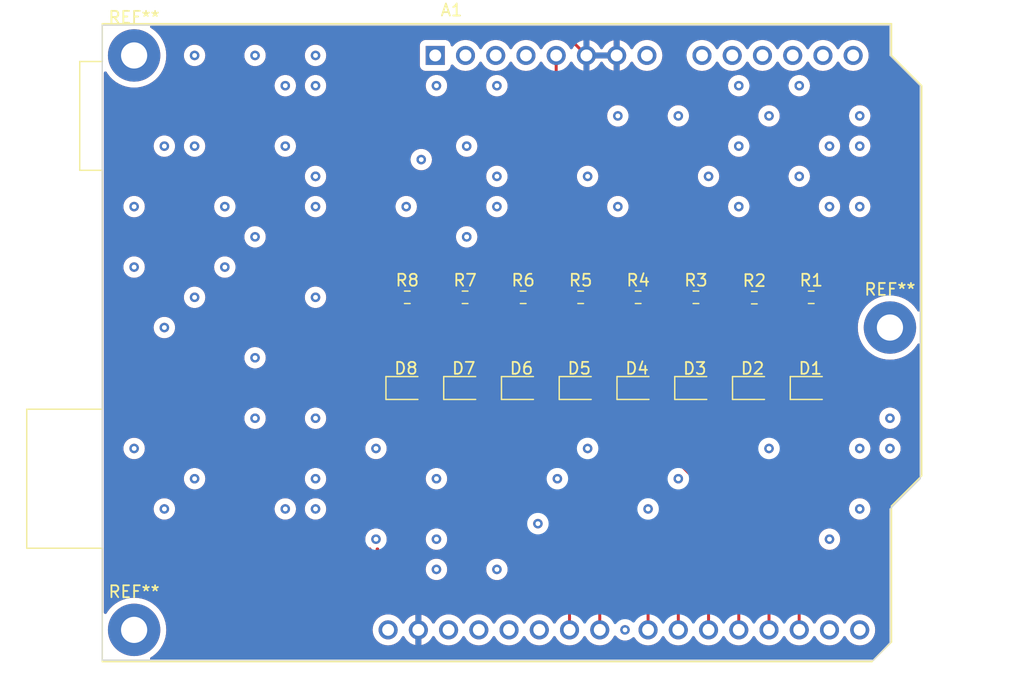
<source format=kicad_pcb>
(kicad_pcb (version 20221018) (generator pcbnew)
  (title_block (title "Arduino_Uno_Shield") (date "2024-01-19") (rev "1") (company "HCMUT") (comment 1 "Huynh Le Phi Long") (comment 2 "2151111"))
  (layers (0 "F.Cu" signal) (31 "B.Cu" signal) (34 "B.Paste" user) (35 "F.Paste" user) (36 "B.SilkS" user "B.Silkscreen") (37 "F.SilkS" user "F.Silkscreen") (38 "B.Mask" user) (39 "F.Mask" user) (44 "Edge.Cuts" user))
  (net 0 "")
  (net 5 "Net-(A1-+5V)")
  (net 6 "GND")
  (net 16 "Net-(A1-D2)")
  (net 17 "Net-(A1-D3)")
  (net 18 "Net-(A1-D4)")
  (net 19 "Net-(A1-D5)")
  (net 20 "Net-(A1-D6)")
  (net 21 "Net-(A1-D7)")
  (net 22 "Net-(A1-D8)")
  (net 23 "Net-(A1-D9)")
  (net 29 "Net-(D1-A)")
  (net 30 "Net-(D2-A)")
  (net 31 "Net-(D3-A)")
  (net 32 "Net-(D4-A)")
  (net 33 "Net-(D5-A)")
  (net 34 "Net-(D6-A)")
  (net 35 "Net-(D7-A)")
  (net 36 "Net-(D8-A)")
  (footprint "LED_SMD:LED_0805_2012Metric" (layer "F.Cu") (at 142.221429 101.6)
    (fp_text reference "D8" (at 0 -1.65) (layer "F.SilkS"))
    (fp_text value "LED")
    (fp_line (start -1.685 -0.96) (end -1.685 0.96) (stroke (width 0.12)) (layer "F.SilkS"))
    (fp_line (start -1.685 0.96) (end 1 0.96) (stroke (width 0.12)) (layer "F.SilkS"))
    (fp_line (start 1 -0.96) (end -1.685 -0.96) (stroke (width 0.12)) (layer "F.SilkS"))
    (pad "1" smd roundrect (at -0.9375 0) (size 0.975 1.4) (layers "F.Cu" "F.Paste" "F.Mask") (net 23 "Net-(A1-D9)"))
    (pad "2" smd roundrect (at 0.9375 0) (size 0.975 1.4) (layers "F.Cu" "F.Paste" "F.Mask") (net 36 "Net-(D8-A)"))
  )
  (footprint "MountingHole:MountingHole_2.2mm_M2_Pad" (layer "F.Cu") (at 119.38 73.66)
    (fp_text reference "REF**" (at 0 -3.2) (layer "F.SilkS"))
    (fp_text value "MountingHole_2.2mm_M2_Pad")
    (pad "1" thru_hole circle (at 0 0) (size 4.4 4.4) (drill 2.2) (layers "*.Cu" "*.Mask"))
  )
  (footprint "LED_SMD:LED_0805_2012Metric" (layer "F.Cu") (at 151.927143 101.6)
    (fp_text reference "D6" (at 0 -1.65) (layer "F.SilkS"))
    (fp_text value "LED")
    (fp_line (start -1.685 -0.96) (end -1.685 0.96) (stroke (width 0.12)) (layer "F.SilkS"))
    (fp_line (start -1.685 0.96) (end 1 0.96) (stroke (width 0.12)) (layer "F.SilkS"))
    (fp_line (start 1 -0.96) (end -1.685 -0.96) (stroke (width 0.12)) (layer "F.SilkS"))
    (pad "1" smd roundrect (at -0.9375 0) (size 0.975 1.4) (layers "F.Cu" "F.Paste" "F.Mask") (net 21 "Net-(A1-D7)"))
    (pad "2" smd roundrect (at 0.9375 0) (size 0.975 1.4) (layers "F.Cu" "F.Paste" "F.Mask") (net 34 "Net-(D6-A)"))
  )
  (footprint "Resistor_SMD:R_0603_1608Metric" (layer "F.Cu") (at 147.186429 93.98)
    (fp_text reference "R7" (at 0 -1.43) (layer "F.SilkS"))
    (fp_text value "247")
    (fp_line (start -0.237258 -0.5225) (end 0.237258 -0.5225) (stroke (width 0.12)) (layer "F.SilkS"))
    (fp_line (start -0.237258 0.5225) (end 0.237258 0.5225) (stroke (width 0.12)) (layer "F.SilkS"))
    (pad "1" smd roundrect (at -0.825 0) (size 0.8 0.95) (layers "F.Cu" "F.Paste" "F.Mask") (net 5 "Net-(A1-+5V)"))
    (pad "2" smd roundrect (at 0.825 0) (size 0.8 0.95) (layers "F.Cu" "F.Paste" "F.Mask") (net 35 "Net-(D7-A)"))
  )
  (footprint "Module:Arduino_UNO_R2" (layer "F.Cu") (at 144.78 73.66)
    (fp_text reference "A1" (at 1.27 -3.81 180) (layer "F.SilkS"))
    (fp_text value "Arduino_UNO_R2")
    (fp_line (start -34.42 29.72) (end -34.42 41.4) (stroke (width 0.12)) (layer "F.SilkS"))
    (fp_line (start -34.42 41.4) (end -28.07 41.4) (stroke (width 0.12)) (layer "F.SilkS"))
    (fp_line (start -29.97 0.51) (end -29.97 9.65) (stroke (width 0.12)) (layer "F.SilkS"))
    (fp_line (start -29.97 9.65) (end -28.07 9.65) (stroke (width 0.12)) (layer "F.SilkS"))
    (fp_line (start -28.07 -2.67) (end -28.07 0.51) (stroke (width 0.12)) (layer "F.SilkS"))
    (fp_line (start -28.07 0.51) (end -29.97 0.51) (stroke (width 0.12)) (layer "F.SilkS"))
    (fp_line (start -28.07 9.65) (end -28.07 29.72) (stroke (width 0.12)) (layer "F.SilkS"))
    (fp_line (start -28.07 29.72) (end -34.42 29.72) (stroke (width 0.12)) (layer "F.SilkS"))
    (fp_line (start -28.07 41.4) (end -28.07 50.93) (stroke (width 0.12)) (layer "F.SilkS"))
    (fp_line (start -28.07 50.93) (end 36.58 50.93) (stroke (width 0.12)) (layer "F.SilkS"))
    (fp_line (start 36.58 50.93) (end 38.23 49.28) (stroke (width 0.12)) (layer "F.SilkS"))
    (fp_line (start 38.23 -2.67) (end -28.07 -2.67) (stroke (width 0.12)) (layer "F.SilkS"))
    (fp_line (start 38.23 0) (end 38.23 -2.67) (stroke (width 0.12)) (layer "F.SilkS"))
    (fp_line (start 38.23 37.85) (end 40.77 35.31) (stroke (width 0.12)) (layer "F.SilkS"))
    (fp_line (start 38.23 49.28) (end 38.23 37.85) (stroke (width 0.12)) (layer "F.SilkS"))
    (fp_line (start 40.77 2.54) (end 38.23 0) (stroke (width 0.12)) (layer "F.SilkS"))
    (fp_line (start 40.77 35.31) (end 40.77 2.54) (stroke (width 0.12)) (layer "F.SilkS"))
    (pad "1" thru_hole rect (at -0.1 0 90) (size 1.6 1.6) (drill 1) (layers "*.Cu" "*.Mask"))
    (pad "2" thru_hole oval (at 2.44 0 90) (size 1.6 1.6) (drill 1) (layers "*.Cu" "*.Mask"))
    (pad "3" thru_hole oval (at 4.98 0 90) (size 1.6 1.6) (drill 1) (layers "*.Cu" "*.Mask"))
    (pad "4" thru_hole oval (at 7.52 0 90) (size 1.6 1.6) (drill 1) (layers "*.Cu" "*.Mask"))
    (pad "5" thru_hole oval (at 10.06 0 90) (size 1.6 1.6) (drill 1) (layers "*.Cu" "*.Mask") (net 5 "Net-(A1-+5V)"))
    (pad "6" thru_hole oval (at 12.6 0 90) (size 1.6 1.6) (drill 1) (layers "*.Cu" "*.Mask") (net 6 "GND"))
    (pad "7" thru_hole oval (at 15.14 0 90) (size 1.6 1.6) (drill 1) (layers "*.Cu" "*.Mask") (net 6 "GND"))
    (pad "8" thru_hole oval (at 17.68 0 90) (size 1.6 1.6) (drill 1) (layers "*.Cu" "*.Mask"))
    (pad "9" thru_hole oval (at 22.31 0 90) (size 1.6 1.6) (drill 1) (layers "*.Cu" "*.Mask"))
    (pad "10" thru_hole oval (at 24.85 0 90) (size 1.6 1.6) (drill 1) (layers "*.Cu" "*.Mask"))
    (pad "11" thru_hole oval (at 27.39 0 90) (size 1.6 1.6) (drill 1) (layers "*.Cu" "*.Mask"))
    (pad "12" thru_hole oval (at 29.93 0 90) (size 1.6 1.6) (drill 1) (layers "*.Cu" "*.Mask"))
    (pad "13" thru_hole oval (at 32.47 0 90) (size 1.6 1.6) (drill 1) (layers "*.Cu" "*.Mask"))
    (pad "14" thru_hole oval (at 35.01 0 90) (size 1.6 1.6) (drill 1) (layers "*.Cu" "*.Mask"))
    (pad "15" thru_hole oval (at 35.56 48.26 90) (size 1.6 1.6) (drill 1) (layers "*.Cu" "*.Mask"))
    (pad "16" thru_hole oval (at 33.02 48.26 90) (size 1.6 1.6) (drill 1) (layers "*.Cu" "*.Mask"))
    (pad "17" thru_hole oval (at 30.48 48.26 90) (size 1.6 1.6) (drill 1) (layers "*.Cu" "*.Mask") (net 16 "Net-(A1-D2)"))
    (pad "18" thru_hole oval (at 27.94 48.26 90) (size 1.6 1.6) (drill 1) (layers "*.Cu" "*.Mask") (net 17 "Net-(A1-D3)"))
    (pad "19" thru_hole oval (at 25.4 48.26 90) (size 1.6 1.6) (drill 1) (layers "*.Cu" "*.Mask") (net 18 "Net-(A1-D4)"))
    (pad "20" thru_hole oval (at 22.86 48.26 90) (size 1.6 1.6) (drill 1) (layers "*.Cu" "*.Mask") (net 19 "Net-(A1-D5)"))
    (pad "21" thru_hole oval (at 20.32 48.26 90) (size 1.6 1.6) (drill 1) (layers "*.Cu" "*.Mask") (net 20 "Net-(A1-D6)"))
    (pad "22" thru_hole oval (at 17.78 48.26 90) (size 1.6 1.6) (drill 1) (layers "*.Cu" "*.Mask") (net 21 "Net-(A1-D7)"))
    (pad "23" thru_hole oval (at 13.72 48.26 90) (size 1.6 1.6) (drill 1) (layers "*.Cu" "*.Mask") (net 22 "Net-(A1-D8)"))
    (pad "24" thru_hole oval (at 11.18 48.26 90) (size 1.6 1.6) (drill 1) (layers "*.Cu" "*.Mask") (net 23 "Net-(A1-D9)"))
    (pad "25" thru_hole oval (at 8.64 48.26 90) (size 1.6 1.6) (drill 1) (layers "*.Cu" "*.Mask"))
    (pad "26" thru_hole oval (at 6.1 48.26 90) (size 1.6 1.6) (drill 1) (layers "*.Cu" "*.Mask"))
    (pad "27" thru_hole oval (at 3.56 48.26 90) (size 1.6 1.6) (drill 1) (layers "*.Cu" "*.Mask"))
    (pad "28" thru_hole oval (at 1.02 48.26 90) (size 1.6 1.6) (drill 1) (layers "*.Cu" "*.Mask"))
    (pad "29" thru_hole oval (at -1.52 48.26 90) (size 1.6 1.6) (drill 1) (layers "*.Cu" "*.Mask") (net 6 "GND"))
    (pad "30" thru_hole oval (at -4.06 48.26 90) (size 1.6 1.6) (drill 1) (layers "*.Cu" "*.Mask"))
  )
  (footprint "LED_SMD:LED_0805_2012Metric" (layer "F.Cu") (at 166.485714 101.6)
    (fp_text reference "D3" (at 0 -1.64) (layer "F.SilkS"))
    (fp_text value "LED")
    (fp_line (start -1.685 -0.96) (end -1.685 0.96) (stroke (width 0.12)) (layer "F.SilkS"))
    (fp_line (start -1.685 0.96) (end 1 0.96) (stroke (width 0.12)) (layer "F.SilkS"))
    (fp_line (start 1 -0.96) (end -1.685 -0.96) (stroke (width 0.12)) (layer "F.SilkS"))
    (pad "1" smd roundrect (at -0.9375 0) (size 0.975 1.4) (layers "F.Cu" "F.Paste" "F.Mask") (net 18 "Net-(A1-D4)"))
    (pad "2" smd roundrect (at 0.9375 0) (size 0.975 1.4) (layers "F.Cu" "F.Paste" "F.Mask") (net 31 "Net-(D3-A)"))
  )
  (footprint "LED_SMD:LED_0805_2012Metric" (layer "F.Cu") (at 171.338571 101.6)
    (fp_text reference "D2" (at 0 -1.65) (layer "F.SilkS"))
    (fp_text value "LED")
    (fp_line (start -1.685 -0.96) (end -1.685 0.96) (stroke (width 0.12)) (layer "F.SilkS"))
    (fp_line (start -1.685 0.96) (end 1 0.96) (stroke (width 0.12)) (layer "F.SilkS"))
    (fp_line (start 1 -0.96) (end -1.685 -0.96) (stroke (width 0.12)) (layer "F.SilkS"))
    (pad "1" smd roundrect (at -0.9375 0) (size 0.975 1.4) (layers "F.Cu" "F.Paste" "F.Mask") (net 17 "Net-(A1-D3)"))
    (pad "2" smd roundrect (at 0.9375 0) (size 0.975 1.4) (layers "F.Cu" "F.Paste" "F.Mask") (net 30 "Net-(D2-A)"))
  )
  (footprint "Resistor_SMD:R_0603_1608Metric" (layer "F.Cu") (at 171.486429 94.01)
    (fp_text reference "R2" (at 0 -1.43) (layer "F.SilkS"))
    (fp_text value "247")
    (fp_line (start -0.237258 -0.5225) (end 0.237258 -0.5225) (stroke (width 0.12)) (layer "F.SilkS"))
    (fp_line (start -0.237258 0.5225) (end 0.237258 0.5225) (stroke (width 0.12)) (layer "F.SilkS"))
    (pad "1" smd roundrect (at -0.825 0) (size 0.8 0.95) (layers "F.Cu" "F.Paste" "F.Mask") (net 5 "Net-(A1-+5V)"))
    (pad "2" smd roundrect (at 0.825 0) (size 0.8 0.95) (layers "F.Cu" "F.Paste" "F.Mask") (net 30 "Net-(D2-A)"))
  )
  (footprint "MountingHole:MountingHole_2.2mm_M2_Pad" (layer "F.Cu") (at 182.88 96.52)
    (fp_text reference "REF**" (at 0 -3.2) (layer "F.SilkS"))
    (fp_text value "MountingHole_2.2mm_M2_Pad")
    (pad "1" thru_hole circle (at 0 0) (size 4.4 4.4) (drill 2.2) (layers "*.Cu" "*.Mask"))
  )
  (footprint "LED_SMD:LED_0805_2012Metric" (layer "F.Cu") (at 147.074286 101.6)
    (fp_text reference "D7" (at 0 -1.65) (layer "F.SilkS"))
    (fp_text value "LED")
    (fp_line (start -1.685 -0.96) (end -1.685 0.96) (stroke (width 0.12)) (layer "F.SilkS"))
    (fp_line (start -1.685 0.96) (end 1 0.96) (stroke (width 0.12)) (layer "F.SilkS"))
    (fp_line (start 1 -0.96) (end -1.685 -0.96) (stroke (width 0.12)) (layer "F.SilkS"))
    (pad "1" smd roundrect (at -0.9375 0) (size 0.975 1.4) (layers "F.Cu" "F.Paste" "F.Mask") (net 22 "Net-(A1-D8)"))
    (pad "2" smd roundrect (at 0.9375 0) (size 0.975 1.4) (layers "F.Cu" "F.Paste" "F.Mask") (net 35 "Net-(D7-A)"))
  )
  (footprint "LED_SMD:LED_0805_2012Metric" (layer "F.Cu") (at 176.191429 101.6)
    (fp_text reference "D1" (at 0 -1.65) (layer "F.SilkS"))
    (fp_text value "LED")
    (fp_line (start -1.685 -0.96) (end -1.685 0.96) (stroke (width 0.12)) (layer "F.SilkS"))
    (fp_line (start -1.685 0.96) (end 1 0.96) (stroke (width 0.12)) (layer "F.SilkS"))
    (fp_line (start 1 -0.96) (end -1.685 -0.96) (stroke (width 0.12)) (layer "F.SilkS"))
    (pad "1" smd roundrect (at -0.9375 0) (size 0.975 1.4) (layers "F.Cu" "F.Paste" "F.Mask") (net 16 "Net-(A1-D2)"))
    (pad "2" smd roundrect (at 0.9375 0) (size 0.975 1.4) (layers "F.Cu" "F.Paste" "F.Mask") (net 29 "Net-(D1-A)"))
  )
  (footprint "MountingHole:MountingHole_2.2mm_M2_Pad" (layer "F.Cu") (at 119.38 121.92)
    (fp_text reference "REF**" (at 0 -3.2) (layer "F.SilkS"))
    (fp_text value "MountingHole_2.2mm_M2_Pad")
    (pad "1" thru_hole circle (at 0 0) (size 4.4 4.4) (drill 2.2) (layers "*.Cu" "*.Mask"))
  )
  (footprint "Resistor_SMD:R_0603_1608Metric" (layer "F.Cu") (at 152.066429 93.98)
    (fp_text reference "R6" (at 0 -1.43) (layer "F.SilkS"))
    (fp_text value "247")
    (fp_line (start -0.237258 -0.5225) (end 0.237258 -0.5225) (stroke (width 0.12)) (layer "F.SilkS"))
    (fp_line (start -0.237258 0.5225) (end 0.237258 0.5225) (stroke (width 0.12)) (layer "F.SilkS"))
    (pad "1" smd roundrect (at -0.825 0) (size 0.8 0.95) (layers "F.Cu" "F.Paste" "F.Mask") (net 5 "Net-(A1-+5V)"))
    (pad "2" smd roundrect (at 0.825 0) (size 0.8 0.95) (layers "F.Cu" "F.Paste" "F.Mask") (net 34 "Net-(D6-A)"))
  )
  (footprint "Resistor_SMD:R_0603_1608Metric" (layer "F.Cu") (at 156.896429 93.98)
    (fp_text reference "R5" (at 0 -1.43) (layer "F.SilkS"))
    (fp_text value "247")
    (fp_line (start -0.237258 -0.5225) (end 0.237258 -0.5225) (stroke (width 0.12)) (layer "F.SilkS"))
    (fp_line (start -0.237258 0.5225) (end 0.237258 0.5225) (stroke (width 0.12)) (layer "F.SilkS"))
    (pad "1" smd roundrect (at -0.825 0) (size 0.8 0.95) (layers "F.Cu" "F.Paste" "F.Mask") (net 5 "Net-(A1-+5V)"))
    (pad "2" smd roundrect (at 0.825 0) (size 0.8 0.95) (layers "F.Cu" "F.Paste" "F.Mask") (net 33 "Net-(D5-A)"))
  )
  (footprint "Resistor_SMD:R_0603_1608Metric" (layer "F.Cu") (at 142.331429 93.98)
    (fp_text reference "R8" (at 0 -1.43) (layer "F.SilkS"))
    (fp_text value "247")
    (fp_line (start -0.237258 -0.5225) (end 0.237258 -0.5225) (stroke (width 0.12)) (layer "F.SilkS"))
    (fp_line (start -0.237258 0.5225) (end 0.237258 0.5225) (stroke (width 0.12)) (layer "F.SilkS"))
    (pad "1" smd roundrect (at -0.825 0) (size 0.8 0.95) (layers "F.Cu" "F.Paste" "F.Mask") (net 5 "Net-(A1-+5V)"))
    (pad "2" smd roundrect (at 0.825 0) (size 0.8 0.95) (layers "F.Cu" "F.Paste" "F.Mask") (net 36 "Net-(D8-A)"))
  )
  (footprint "Resistor_SMD:R_0603_1608Metric" (layer "F.Cu") (at 166.581429 93.98)
    (fp_text reference "R3" (at 0 -1.43) (layer "F.SilkS"))
    (fp_text value "247")
    (fp_line (start -0.237258 -0.5225) (end 0.237258 -0.5225) (stroke (width 0.12)) (layer "F.SilkS"))
    (fp_line (start -0.237258 0.5225) (end 0.237258 0.5225) (stroke (width 0.12)) (layer "F.SilkS"))
    (pad "1" smd roundrect (at -0.825 0) (size 0.8 0.95) (layers "F.Cu" "F.Paste" "F.Mask") (net 5 "Net-(A1-+5V)"))
    (pad "2" smd roundrect (at 0.825 0) (size 0.8 0.95) (layers "F.Cu" "F.Paste" "F.Mask") (net 31 "Net-(D3-A)"))
  )
  (footprint "LED_SMD:LED_0805_2012Metric" (layer "F.Cu") (at 161.632857 101.6)
    (fp_text reference "D4" (at 0 -1.65) (layer "F.SilkS"))
    (fp_text value "LED")
    (fp_line (start -1.685 -0.96) (end -1.685 0.96) (stroke (width 0.12)) (layer "F.SilkS"))
    (fp_line (start -1.685 0.96) (end 1 0.96) (stroke (width 0.12)) (layer "F.SilkS"))
    (fp_line (start 1 -0.96) (end -1.685 -0.96) (stroke (width 0.12)) (layer "F.SilkS"))
    (pad "1" smd roundrect (at -0.9375 0) (size 0.975 1.4) (layers "F.Cu" "F.Paste" "F.Mask") (net 19 "Net-(A1-D5)"))
    (pad "2" smd roundrect (at 0.9375 0) (size 0.975 1.4) (layers "F.Cu" "F.Paste" "F.Mask") (net 32 "Net-(D4-A)"))
  )
  (footprint "Resistor_SMD:R_0603_1608Metric" (layer "F.Cu") (at 176.266429 93.98)
    (fp_text reference "R1" (at 0 -1.43) (layer "F.SilkS"))
    (fp_text value "247")
    (fp_line (start -0.237258 -0.5225) (end 0.237258 -0.5225) (stroke (width 0.12)) (layer "F.SilkS"))
    (fp_line (start -0.237258 0.5225) (end 0.237258 0.5225) (stroke (width 0.12)) (layer "F.SilkS"))
    (pad "1" smd roundrect (at -0.825 0) (size 0.8 0.95) (layers "F.Cu" "F.Paste" "F.Mask") (net 5 "Net-(A1-+5V)"))
    (pad "2" smd roundrect (at 0.825 0) (size 0.8 0.95) (layers "F.Cu" "F.Paste" "F.Mask") (net 29 "Net-(D1-A)"))
  )
  (footprint "LED_SMD:LED_0805_2012Metric" (layer "F.Cu") (at 156.78 101.6)
    (fp_text reference "D5" (at 0 -1.65) (layer "F.SilkS"))
    (fp_text value "LED")
    (fp_line (start -1.685 -0.96) (end -1.685 0.96) (stroke (width 0.12)) (layer "F.SilkS"))
    (fp_line (start -1.685 0.96) (end 1 0.96) (stroke (width 0.12)) (layer "F.SilkS"))
    (fp_line (start 1 -0.96) (end -1.685 -0.96) (stroke (width 0.12)) (layer "F.SilkS"))
    (pad "1" smd roundrect (at -0.9375 0) (size 0.975 1.4) (layers "F.Cu" "F.Paste" "F.Mask") (net 20 "Net-(A1-D6)"))
    (pad "2" smd roundrect (at 0.9375 0) (size 0.975 1.4) (layers "F.Cu" "F.Paste" "F.Mask") (net 33 "Net-(D5-A)"))
  )
  (footprint "Resistor_SMD:R_0603_1608Metric" (layer "F.Cu") (at 161.726429 93.98)
    (fp_text reference "R4" (at 0 -1.43) (layer "F.SilkS"))
    (fp_text value "247")
    (fp_line (start -0.237258 -0.5225) (end 0.237258 -0.5225) (stroke (width 0.12)) (layer "F.SilkS"))
    (fp_line (start -0.237258 0.5225) (end 0.237258 0.5225) (stroke (width 0.12)) (layer "F.SilkS"))
    (pad "1" smd roundrect (at -0.825 0) (size 0.8 0.95) (layers "F.Cu" "F.Paste" "F.Mask") (net 5 "Net-(A1-+5V)"))
    (pad "2" smd roundrect (at 0.825 0) (size 0.8 0.95) (layers "F.Cu" "F.Paste" "F.Mask") (net 32 "Net-(D4-A)"))
  )
  (gr_line (start 185.42 76.2) (end 185.42 109.22) (stroke (width 0.1)) (layer "Edge.Cuts"))
  (gr_line (start 182.88 111.76) (end 182.88 121.92) (stroke (width 0.1)) (layer "Edge.Cuts"))
  (gr_line (start 182.88 71.12) (end 182.88 73.66) (stroke (width 0.1)) (layer "Edge.Cuts"))
  (gr_line (start 181.5 124.46) (end 116.7 124.46) (stroke (width 0.1)) (layer "Edge.Cuts"))
  (gr_line (start 116.7 71.12) (end 116.7 124.46) (stroke (width 0.1)) (layer "Edge.Cuts"))
  (gr_line (start 116.7 71.12) (end 182.88 71.12) (stroke (width 0.1)) (layer "Edge.Cuts"))
  (gr_line (start 182.88 121.92) (end 182.88 123) (stroke (width 0.1)) (layer "Edge.Cuts"))
  (gr_line (start 182.88 73.66) (end 185.42 76.2) (stroke (width 0.1)) (layer "Edge.Cuts"))
  (gr_line (start 185.42 109.22) (end 182.88 111.76) (stroke (width 0.1)) (layer "Edge.Cuts"))
  (gr_line (start 182.88 123) (end 181.5 124.46) (stroke (width 0.1)) (layer "Edge.Cuts"))
  (gr_text "ARDUINO UNO SHIELD" (at 117.48 116.84) (layer "F.Cu") (effects (font (size 1.5 1.5) (thickness 0.3) bold) (justify left bottom)))
  (gr_text "Huynh Le Phi Long - 2151111" (at 121.92 119.38) (layer "F.Cu") (effects (font (size 0.8 0.8) (thickness 0.1)) (justify left bottom)))
  (via (at 142.24 86.36) (size 0.8) (drill 0.4) (layers "F.Cu" "B.Cu") (net 0))
  (via (at 157.48 106.68) (size 0.8) (drill 0.4) (layers "F.Cu" "B.Cu") (net 0))
  (via (at 134.62 86.36) (size 0.8) (drill 0.4) (layers "F.Cu" "B.Cu") (net 0))
  (via (at 134.62 104.14) (size 0.8) (drill 0.4) (layers "F.Cu" "B.Cu") (net 0))
  (via (at 121.92 81.28) (size 0.8) (drill 0.4) (layers "F.Cu" "B.Cu") (net 0))
  (via (at 132.08 81.28) (size 0.8) (drill 0.4) (layers "F.Cu" "B.Cu") (net 0))
  (via (at 149.86 86.36) (size 0.8) (drill 0.4) (layers "F.Cu" "B.Cu") (net 0))
  (via (at 144.78 109.22) (size 0.8) (drill 0.4) (layers "F.Cu" "B.Cu") (net 0))
  (via (at 121.92 111.76) (size 0.8) (drill 0.4) (layers "F.Cu" "B.Cu") (net 0))
  (via (at 177.8 86.36) (size 0.8) (drill 0.4) (layers "F.Cu" "B.Cu") (net 0))
  (via (at 170.18 81.28) (size 0.8) (drill 0.4) (layers "F.Cu" "B.Cu") (net 0))
  (via (at 170.18 76.2) (size 0.8) (drill 0.4) (layers "F.Cu" "B.Cu") (net 0))
  (via (at 134.62 93.98) (size 0.8) (drill 0.4) (layers "F.Cu" "B.Cu") (net 0))
  (via (at 180.34 78.74) (size 0.8) (drill 0.4) (layers "F.Cu" "B.Cu") (net 0))
  (via (at 182.88 104.14) (size 0.8) (drill 0.4) (layers "F.Cu" "B.Cu") (net 0))
  (via (at 149.86 83.82) (size 0.8) (drill 0.4) (layers "F.Cu" "B.Cu") (net 0))
  (via (at 162.56 111.76) (size 0.8) (drill 0.4) (layers "F.Cu" "B.Cu") (net 0))
  (via (at 175.26 76.2) (size 0.8) (drill 0.4) (layers "F.Cu" "B.Cu") (net 0))
  (via (at 127 86.36) (size 0.8) (drill 0.4) (layers "F.Cu" "B.Cu") (net 0))
  (via (at 157.48 83.82) (size 0.8) (drill 0.4) (layers "F.Cu" "B.Cu") (net 0))
  (via (at 160.02 86.36) (size 0.8) (drill 0.4) (layers "F.Cu" "B.Cu") (net 0))
  (via (at 177.8 114.3) (size 0.8) (drill 0.4) (layers "F.Cu" "B.Cu") (net 0))
  (via (at 134.62 73.66) (size 0.8) (drill 0.4) (layers "F.Cu" "B.Cu") (net 0))
  (via (at 177.8 81.28) (size 0.8) (drill 0.4) (layers "F.Cu" "B.Cu") (net 0))
  (via (at 147.32 88.9) (size 0.8) (drill 0.4) (layers "F.Cu" "B.Cu") (net 0))
  (via (at 153.303773 112.994622) (size 0.8) (drill 0.4) (layers "F.Cu" "B.Cu") (net 0))
  (via (at 129.54 104.14) (size 0.8) (drill 0.4) (layers "F.Cu" "B.Cu") (net 0))
  (via (at 180.34 86.36) (size 0.8) (drill 0.4) (layers "F.Cu" "B.Cu") (net 0))
  (via (at 124.46 93.98) (size 0.8) (drill 0.4) (layers "F.Cu" "B.Cu") (net 0))
  (via (at 147.32 81.28) (size 0.8) (drill 0.4) (layers "F.Cu" "B.Cu") (net 0))
  (via (at 165.1 109.22) (size 0.8) (drill 0.4) (layers "F.Cu" "B.Cu") (net 0))
  (via (at 132.08 111.76) (size 0.8) (drill 0.4) (layers "F.Cu" "B.Cu") (net 0))
  (via (at 119.38 106.68) (size 0.8) (drill 0.4) (layers "F.Cu" "B.Cu") (net 0))
  (via (at 170.18 86.36) (size 0.8) (drill 0.4) (layers "F.Cu" "B.Cu") (net 0))
  (via (at 134.62 111.76) (size 0.8) (drill 0.4) (layers "F.Cu" "B.Cu") (net 0))
  (via (at 165.1 78.74) (size 0.8) (drill 0.4) (layers "F.Cu" "B.Cu") (net 0))
  (via (at 149.86 76.2) (size 0.8) (drill 0.4) (layers "F.Cu" "B.Cu") (net 0))
  (via (at 172.72 78.74) (size 0.8) (drill 0.4) (layers "F.Cu" "B.Cu") (net 0))
  (via (at 129.54 88.9) (size 0.8) (drill 0.4) (layers "F.Cu" "B.Cu") (net 0))
  (via (at 139.7 106.68) (size 0.8) (drill 0.4) (layers "F.Cu" "B.Cu") (net 0))
  (via (at 134.62 109.22) (size 0.8) (drill 0.4) (layers "F.Cu" "B.Cu") (net 0))
  (via (at 134.62 83.82) (size 0.8) (drill 0.4) (layers "F.Cu" "B.Cu") (net 0))
  (via (at 180.34 81.28) (size 0.8) (drill 0.4) (layers "F.Cu" "B.Cu") (net 0))
  (via (at 124.46 73.66) (size 0.8) (drill 0.4) (layers "F.Cu" "B.Cu") (net 0))
  (via (at 180.34 106.68) (size 0.8) (drill 0.4) (layers "F.Cu" "B.Cu") (net 0))
  (via (at 144.78 76.2) (size 0.8) (drill 0.4) (layers "F.Cu" "B.Cu") (net 0))
  (via (at 149.86 116.84) (size 0.8) (drill 0.4) (layers "F.Cu" "B.Cu") (net 0))
  (via (at 127 91.44) (size 0.8) (drill 0.4) (layers "F.Cu" "B.Cu") (net 0))
  (via (at 129.54 73.66) (size 0.8) (drill 0.4) (layers "F.Cu" "B.Cu") (net 0))
  (via (at 160.02 78.74) (size 0.8) (drill 0.4) (layers "F.Cu" "B.Cu") (net 0))
  (via (at 132.08 76.2) (size 0.8) (drill 0.4) (layers "F.Cu" "B.Cu") (net 0))
  (via (at 172.72 106.68) (size 0.8) (drill 0.4) (layers "F.Cu" "B.Cu") (net 0))
  (via (at 143.502302 82.409307) (size 0.8) (drill 0.4) (layers "F.Cu" "B.Cu") (net 0))
  (via (at 134.62 83.82) (size 0.8) (drill 0.4) (layers "F.Cu" "B.Cu") (net 0))
  (via (at 139.7 114.3) (size 0.8) (drill 0.4) (layers "F.Cu" "B.Cu") (net 0))
  (via (at 182.88 106.68) (size 0.8) (drill 0.4) (layers "F.Cu" "B.Cu") (net 0))
  (via (at 119.38 86.36) (size 0.8) (drill 0.4) (layers "F.Cu" "B.Cu") (net 0))
  (via (at 124.46 81.28) (size 0.8) (drill 0.4) (layers "F.Cu" "B.Cu") (net 0))
  (via (at 144.78 114.3) (size 0.8) (drill 0.4) (layers "F.Cu" "B.Cu") (net 0))
  (via (at 134.62 76.2) (size 0.8) (drill 0.4) (layers "F.Cu" "B.Cu") (net 0))
  (via (at 119.38 91.44) (size 0.8) (drill 0.4) (layers "F.Cu" "B.Cu") (net 0))
  (via (at 154.94 109.22) (size 0.8) (drill 0.4) (layers "F.Cu" "B.Cu") (net 0))
  (via (at 124.46 109.22) (size 0.8) (drill 0.4) (layers "F.Cu" "B.Cu") (net 0))
  (via (at 175.26 83.82) (size 0.8) (drill 0.4) (layers "F.Cu" "B.Cu") (net 0))
  (via (at 144.78 116.84) (size 0.8) (drill 0.4) (layers "F.Cu" "B.Cu") (net 0))
  (via (at 121.92 96.52) (size 0.8) (drill 0.4) (layers "F.Cu" "B.Cu") (net 0))
  (via (at 147.32 88.9) (size 0.8) (drill 0.4) (layers "F.Cu" "B.Cu") (net 0))
  (via (at 180.34 111.76) (size 0.8) (drill 0.4) (layers "F.Cu" "B.Cu") (net 0))
  (via (at 129.54 99.06) (size 0.8) (drill 0.4) (layers "F.Cu" "B.Cu") (net 0))
  (via (at 167.64 83.82) (size 0.8) (drill 0.4) (layers "F.Cu" "B.Cu") (net 0))
  (segment (start 146.361429 93.98) (end 144.046429 91.665) (width 0.25) (layer "F.Cu") (net 5))
  (segment (start 157.48 91.44) (end 160.02 91.44) (width 0.25) (layer "F.Cu") (net 5))
  (segment (start 141.506429 93.98) (end 144.046429 91.44) (width 0.25) (layer "F.Cu") (net 5))
  (segment (start 160.02 91.44) (end 165.1 91.44) (width 0.25) (layer "F.Cu") (net 5))
  (segment (start 172.72 91.44) (end 175.26 93.98) (width 0.25) (layer "F.Cu") (net 5))
  (segment (start 151.241429 93.98) (end 151.241429 92.821429) (width 0.25) (layer "F.Cu") (net 5))
  (segment (start 144.046429 91.44) (end 149.86 91.44) (width 0.25) (layer "F.Cu") (net 5))
  (segment (start 170.18 91.44) (end 172.72 91.44) (width 0.25) (layer "F.Cu") (net 5))
  (segment (start 160.901429 92.321429) (end 160.02 91.44) (width 0.25) (layer "F.Cu") (net 5))
  (segment (start 170.661429 91.921429) (end 170.18 91.44) (width 0.25) (layer "F.Cu") (net 5))
  (segment (start 160.901429 93.98) (end 160.901429 92.321429) (width 0.25) (layer "F.Cu") (net 5))
  (segment (start 149.86 91.44) (end 157.48 91.44) (width 0.25) (layer "F.Cu") (net 5))
  (segment (start 154.84 73.66) (end 154.84 91.34) (width 0.25) (layer "F.Cu") (net 5))
  (segment (start 156.071429 92.571429) (end 156.071429 93.98) (width 0.25) (layer "F.Cu") (net 5))
  (segment (start 165.1 91.44) (end 170.18 91.44) (width 0.25) (layer "F.Cu") (net 5))
  (segment (start 170.661429 94.01) (end 170.661429 91.921429) (width 0.25) (layer "F.Cu") (net 5))
  (segment (start 165.756429 93.98) (end 165.756429 92.096429) (width 0.25) (layer "F.Cu") (net 5))
  (segment (start 151.241429 92.821429) (end 149.86 91.44) (width 0.25) (layer "F.Cu") (net 5))
  (segment (start 154.84 91.34) (end 156.071429 92.571429) (width 0.25) (layer "F.Cu") (net 5))
  (segment (start 165.756429 92.096429) (end 165.1 91.44) (width 0.25) (layer "F.Cu") (net 5))
  (segment (start 175.26 93.98) (end 175.441429 93.98) (width 0.25) (layer "F.Cu") (net 5))
  (segment (start 144.046429 91.665) (end 144.046429 91.44) (width 0.25) (layer "F.Cu") (net 5))
  (segment (start 137.16 76.2) (end 137.16 106.68) (width 0.25) (layer "F.Cu") (net 6))
  (segment (start 143.26 112.78) (end 143.26 121.92) (width 0.25) (layer "F.Cu") (net 6))
  (segment (start 157.38 73.66) (end 154.965 71.245) (width 0.25) (layer "F.Cu") (net 6))
  (segment (start 157.38 73.66) (end 159.92 73.66) (width 0.25) (layer "F.Cu") (net 6))
  (segment (start 142.115 71.245) (end 137.16 76.2) (width 0.25) (layer "F.Cu") (net 6))
  (segment (start 137.16 106.68) (end 143.26 112.78) (width 0.25) (layer "F.Cu") (net 6))
  (segment (start 154.965 71.245) (end 142.115 71.245) (width 0.25) (layer "F.Cu") (net 6))
  (segment (start 175.253929 101.6) (end 175.253929 121.913929) (width 0.25) (layer "F.Cu") (net 16))
  (segment (start 175.2225 101.5625) (end 175.26 101.6) (width 0.25) (layer "F.Cu") (net 16))
  (segment (start 175.253929 121.913929) (end 175.26 121.92) (width 0.25) (layer "F.Cu") (net 16))
  (segment (start 170.401071 101.6) (end 170.401071 106.901071) (width 0.25) (layer "F.Cu") (net 17))
  (segment (start 172.72 109.22) (end 172.72 121.92) (width 0.25) (layer "F.Cu") (net 17))
  (segment (start 170.401071 106.901071) (end 172.72 109.22) (width 0.25) (layer "F.Cu") (net 17))
  (segment (start 170.4425 101.564642) (end 170.407142 101.6) (width 0.25) (layer "F.Cu") (net 17))
  (segment (start 165.548214 104.588214) (end 170.18 109.22) (width 0.25) (layer "F.Cu") (net 18))
  (segment (start 165.5375 101.583215) (end 165.554285 101.6) (width 0.25) (layer "F.Cu") (net 18))
  (segment (start 165.548214 101.6) (end 165.548214 104.588214) (width 0.25) (layer "F.Cu") (net 18))
  (segment (start 170.18 109.22) (end 170.18 121.92) (width 0.25) (layer "F.Cu") (net 18))
  (segment (start 160.6825 101.581072) (end 160.701428 101.6) (width 0.25) (layer "F.Cu") (net 19))
  (segment (start 167.64 110.409286) (end 167.64 121.92) (width 0.25) (layer "F.Cu") (net 19))
  (segment (start 160.695357 103.464643) (end 167.64 110.409286) (width 0.25) (layer "F.Cu") (net 19))
  (segment (start 160.695357 101.6) (end 160.695357 103.464643) (width 0.25) (layer "F.Cu") (net 19))
  (segment (start 155.8525 101.596071) (end 155.848571 101.6) (width 0.25) (layer "F.Cu") (net 20))
  (segment (start 165.1 111.76) (end 165.1 121.92) (width 0.25) (layer "F.Cu") (net 20))
  (segment (start 155.8425 101.6) (end 155.8425 102.5025) (width 0.25) (layer "F.Cu") (net 20))
  (segment (start 155.8425 102.5025) (end 165.1 111.76) (width 0.25) (layer "F.Cu") (net 20))
  (segment (start 151.0225 101.573214) (end 150.995714 101.6) (width 0.25) (layer "F.Cu") (net 21))
  (segment (start 150.989643 101.6) (end 150.989643 102.729643) (width 0.25) (layer "F.Cu") (net 21))
  (segment (start 162.56 114.3) (end 162.56 121.92) (width 0.25) (layer "F.Cu") (net 21))
  (segment (start 150.989643 102.729643) (end 162.56 114.3) (width 0.25) (layer "F.Cu") (net 21))
  (segment (start 158.5 115.32) (end 158.5 121.92) (width 0.25) (layer "F.Cu") (net 22))
  (segment (start 146.136786 102.956786) (end 158.5 115.32) (width 0.25) (layer "F.Cu") (net 22))
  (segment (start 146.1425 101.599643) (end 146.142857 101.6) (width 0.25) (layer "F.Cu") (net 22))
  (segment (start 146.136786 101.6) (end 146.136786 102.956786) (width 0.25) (layer "F.Cu") (net 22))
  (via (at 160.62 121.92) (size 0.8) (drill 0.4) (layers "F.Cu" "B.Cu") (net 22))
  (segment (start 141.2875 101.5975) (end 141.29 101.6) (width 0.25) (layer "F.Cu") (net 23))
  (segment (start 155.96 117.86) (end 155.96 121.92) (width 0.25) (layer "F.Cu") (net 23))
  (segment (start 141.283929 101.6) (end 141.283929 103.183929) (width 0.25) (layer "F.Cu") (net 23))
  (segment (start 141.283929 103.183929) (end 155.96 117.86) (width 0.25) (layer "F.Cu") (net 23))
  (segment (start 177.091429 101.5625) (end 177.128929 101.6) (width 0.25) (layer "F.Cu") (net 29))
  (segment (start 177.091429 93.98) (end 177.091429 101.5625) (width 0.25) (layer "F.Cu") (net 29))
  (segment (start 172.311429 101.564642) (end 172.276071 101.6) (width 0.25) (layer "F.Cu") (net 30))
  (segment (start 172.311429 94.01) (end 172.311429 101.564642) (width 0.25) (layer "F.Cu") (net 30))
  (segment (start 167.406429 101.583215) (end 167.423214 101.6) (width 0.25) (layer "F.Cu") (net 31))
  (segment (start 167.406429 93.98) (end 167.406429 101.583215) (width 0.25) (layer "F.Cu") (net 31))
  (segment (start 162.551429 93.98) (end 162.551429 101.581072) (width 0.25) (layer "F.Cu") (net 32))
  (segment (start 162.551429 101.581072) (end 162.570357 101.6) (width 0.25) (layer "F.Cu") (net 32))
  (segment (start 157.721429 101.596071) (end 157.7175 101.6) (width 0.25) (layer "F.Cu") (net 33))
  (segment (start 157.721429 93.98) (end 157.721429 101.596071) (width 0.25) (layer "F.Cu") (net 33))
  (segment (start 152.891429 93.98) (end 152.891429 101.573214) (width 0.25) (layer "F.Cu") (net 34))
  (segment (start 152.891429 101.573214) (end 152.864643 101.6) (width 0.25) (layer "F.Cu") (net 34))
  (segment (start 148.011429 101.599643) (end 148.011786 101.6) (width 0.25) (layer "F.Cu") (net 35))
  (segment (start 148.011429 93.98) (end 148.011429 101.599643) (width 0.25) (layer "F.Cu") (net 35))
  (segment (start 143.156429 101.5975) (end 143.158929 101.6) (width 0.25) (layer "F.Cu") (net 36))
  (segment (start 143.156429 93.98) (end 143.156429 101.5975) (width 0.25) (layer "F.Cu") (net 36))
  (zone (net 6) (net_name "GND") (layer "F.Cu") (connect_pads (clearance 0.5)) (min_thickness 0.25) (fill yes (thermal_gap 0.5) (thermal_bridge_width 0.5))
    (polygon (pts (xy 185.42 71.12) (xy 116.84 71.12) (xy 116.84 124.46) (xy 185.42 124.46)))
  )
  (zone (net 6) (net_name "GND") (layer "B.Cu") (priority 1) (connect_pads (clearance 0.5)) (min_thickness 0.25) (fill yes (thermal_gap 0.5) (thermal_bridge_width 0.5))
    (polygon (pts (xy 116.84 71.12) (xy 185.42 71.12) (xy 185.42 124.46) (xy 116.84 124.46)))
  )
)
</source>
